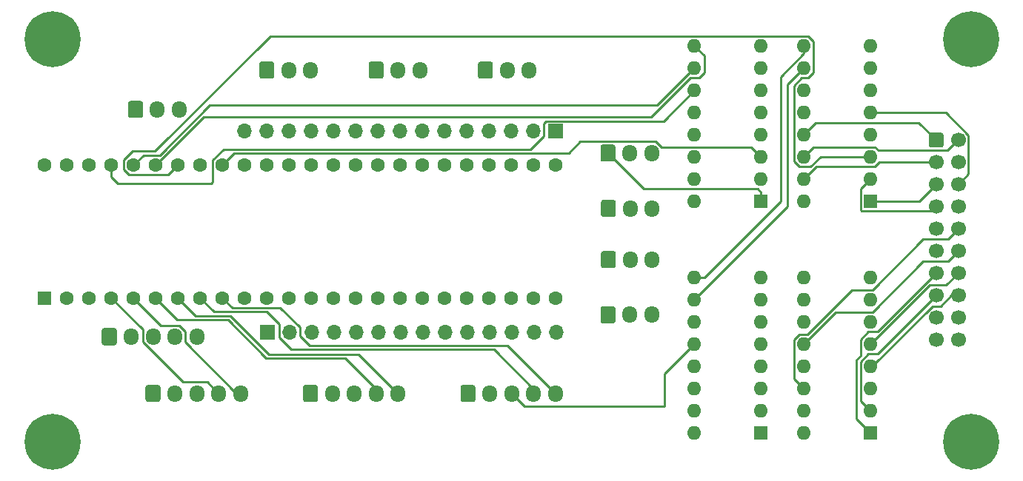
<source format=gbr>
%TF.GenerationSoftware,KiCad,Pcbnew,(5.1.7-0-10_14)*%
%TF.CreationDate,2020-11-02T21:12:23+01:00*%
%TF.ProjectId,controller_motion_pcb,636f6e74-726f-46c6-9c65-725f6d6f7469,rev?*%
%TF.SameCoordinates,Original*%
%TF.FileFunction,Copper,L4,Bot*%
%TF.FilePolarity,Positive*%
%FSLAX46Y46*%
G04 Gerber Fmt 4.6, Leading zero omitted, Abs format (unit mm)*
G04 Created by KiCad (PCBNEW (5.1.7-0-10_14)) date 2020-11-02 21:12:23*
%MOMM*%
%LPD*%
G01*
G04 APERTURE LIST*
%TA.AperFunction,ComponentPad*%
%ADD10C,1.600000*%
%TD*%
%TA.AperFunction,ComponentPad*%
%ADD11R,1.600000X1.600000*%
%TD*%
%TA.AperFunction,ComponentPad*%
%ADD12C,0.800000*%
%TD*%
%TA.AperFunction,ComponentPad*%
%ADD13C,6.400000*%
%TD*%
%TA.AperFunction,ComponentPad*%
%ADD14C,1.700000*%
%TD*%
%TA.AperFunction,ComponentPad*%
%ADD15O,1.700000X1.950000*%
%TD*%
%TA.AperFunction,ComponentPad*%
%ADD16R,1.700000X1.700000*%
%TD*%
%TA.AperFunction,ComponentPad*%
%ADD17O,1.700000X1.700000*%
%TD*%
%TA.AperFunction,ComponentPad*%
%ADD18O,1.600000X1.600000*%
%TD*%
%TA.AperFunction,Conductor*%
%ADD19C,0.250000*%
%TD*%
G04 APERTURE END LIST*
D10*
%TO.P,CTR1,17*%
%TO.N,Net-(CTR1-Pad17)*%
X122255001Y-66585001D03*
%TO.P,CTR1,18*%
%TO.N,Net-(CTR1-Pad18)*%
X124795001Y-66585001D03*
%TO.P,CTR1,19*%
%TO.N,Net-(CTR1-Pad19)*%
X127335001Y-66585001D03*
%TO.P,CTR1,20*%
%TO.N,Net-(CTR1-Pad20)*%
X129875001Y-66585001D03*
%TO.P,CTR1,16*%
%TO.N,Net-(CTR1-Pad16)*%
X119715001Y-66585001D03*
%TO.P,CTR1,15*%
%TO.N,+3V3*%
X117175001Y-66585001D03*
%TO.P,CTR1,14*%
%TO.N,Net-(CTR1-Pad14)*%
X114635001Y-66585001D03*
%TO.P,CTR1,21*%
%TO.N,Net-(CTR1-Pad21)*%
X132415001Y-66585001D03*
%TO.P,CTR1,22*%
%TO.N,Net-(CTR1-Pad22)*%
X134955001Y-66585001D03*
%TO.P,CTR1,23*%
%TO.N,Net-(CTR1-Pad23)*%
X137495001Y-66585001D03*
%TO.P,CTR1,24*%
%TO.N,Net-(CTR1-Pad24)*%
X140035001Y-66585001D03*
%TO.P,CTR1,25*%
%TO.N,Net-(CTR1-Pad25)*%
X140035001Y-51345001D03*
%TO.P,CTR1,26*%
%TO.N,Net-(CTR1-Pad26)*%
X137495001Y-51345001D03*
%TO.P,CTR1,27*%
%TO.N,Net-(CTR1-Pad27)*%
X134955001Y-51345001D03*
%TO.P,CTR1,28*%
%TO.N,Net-(CTR1-Pad28)*%
X132415001Y-51345001D03*
%TO.P,CTR1,29*%
%TO.N,Net-(CTR1-Pad29)*%
X129875001Y-51345001D03*
%TO.P,CTR1,30*%
%TO.N,Net-(CTR1-Pad30)*%
X127335001Y-51345001D03*
%TO.P,CTR1,31*%
%TO.N,Net-(CTR1-Pad31)*%
X124795001Y-51345001D03*
%TO.P,CTR1,32*%
%TO.N,Net-(CTR1-Pad32)*%
X122255001Y-51345001D03*
%TO.P,CTR1,33*%
%TO.N,Net-(CTR1-Pad33)*%
X119715001Y-51345001D03*
%TO.P,CTR1,34*%
%TO.N,GND*%
X117175001Y-51345001D03*
%TO.P,CTR1,13*%
%TO.N,Net-(CTR1-Pad13)*%
X112095001Y-66585001D03*
%TO.P,CTR1,12*%
%TO.N,Net-(CTR1-Pad12)*%
X109555001Y-66585001D03*
%TO.P,CTR1,11*%
%TO.N,Net-(CTR1-Pad11)*%
X107015001Y-66585001D03*
%TO.P,CTR1,10*%
%TO.N,mux_btn_rEnc*%
X104475001Y-66585001D03*
%TO.P,CTR1,9*%
%TO.N,rEnc3_CLK*%
X101935001Y-66585001D03*
%TO.P,CTR1,8*%
%TO.N,rEnc3_DT*%
X99395001Y-66585001D03*
%TO.P,CTR1,7*%
%TO.N,rEnc2_CLK*%
X96855001Y-66585001D03*
%TO.P,CTR1,6*%
%TO.N,rEnc2_DT*%
X94315001Y-66585001D03*
%TO.P,CTR1,5*%
%TO.N,rEnc1_CLK*%
X91775001Y-66585001D03*
%TO.P,CTR1,4*%
%TO.N,rEnc1_DT*%
X89235001Y-66585001D03*
%TO.P,CTR1,3*%
%TO.N,rEnc0_CLK*%
X86695001Y-66585001D03*
%TO.P,CTR1,2*%
%TO.N,rEnc0_DT*%
X84155001Y-66585001D03*
D11*
%TO.P,CTR1,1*%
%TO.N,GND*%
X81615001Y-66585001D03*
D10*
%TO.P,CTR1,35*%
%TO.N,Net-(CTR1-Pad35)*%
X114635001Y-51345001D03*
%TO.P,CTR1,36*%
%TO.N,Net-(CTR1-Pad36)*%
X112095001Y-51345001D03*
%TO.P,CTR1,37*%
%TO.N,Net-(CTR1-Pad37)*%
X109555001Y-51345001D03*
%TO.P,CTR1,38*%
%TO.N,Net-(CTR1-Pad38)*%
X107015001Y-51345001D03*
%TO.P,CTR1,39*%
%TO.N,Net-(CTR1-Pad39)*%
X104475001Y-51345001D03*
%TO.P,CTR1,40*%
%TO.N,mux_porty*%
X101935001Y-51345001D03*
%TO.P,CTR1,41*%
%TO.N,mux_btnMx2*%
X99395001Y-51345001D03*
%TO.P,CTR1,42*%
%TO.N,mux_btnMx1*%
X96855001Y-51345001D03*
%TO.P,CTR1,43*%
%TO.N,s2*%
X94315001Y-51345001D03*
%TO.P,CTR1,44*%
%TO.N,s1*%
X91775001Y-51345001D03*
%TO.P,CTR1,45*%
%TO.N,s0*%
X89235001Y-51345001D03*
%TO.P,CTR1,46*%
%TO.N,+3V3*%
X86695001Y-51345001D03*
%TO.P,CTR1,47*%
%TO.N,GND*%
X84155001Y-51345001D03*
%TO.P,CTR1,48*%
%TO.N,Net-(CTR1-Pad48)*%
X81615001Y-51345001D03*
%TD*%
D12*
%TO.P,REF\u002A\u002A,1*%
%TO.N,N/C*%
X84197056Y-81302944D03*
X82500000Y-80600000D03*
X80802944Y-81302944D03*
X80100000Y-83000000D03*
X80802944Y-84697056D03*
X82500000Y-85400000D03*
X84197056Y-84697056D03*
X84900000Y-83000000D03*
D13*
X82500000Y-83000000D03*
%TD*%
D12*
%TO.P,REF\u002A\u002A,1*%
%TO.N,N/C*%
X84197056Y-35302944D03*
X82500000Y-34600000D03*
X80802944Y-35302944D03*
X80100000Y-37000000D03*
X80802944Y-38697056D03*
X82500000Y-39400000D03*
X84197056Y-38697056D03*
X84900000Y-37000000D03*
D13*
X82500000Y-37000000D03*
%TD*%
D12*
%TO.P,REF\u002A\u002A,1*%
%TO.N,N/C*%
X189197056Y-81302944D03*
X187500000Y-80600000D03*
X185802944Y-81302944D03*
X185100000Y-83000000D03*
X185802944Y-84697056D03*
X187500000Y-85400000D03*
X189197056Y-84697056D03*
X189900000Y-83000000D03*
D13*
X187500000Y-83000000D03*
%TD*%
D12*
%TO.P,REF\u002A\u002A,1*%
%TO.N,N/C*%
X189197056Y-35302944D03*
X187500000Y-34600000D03*
X185802944Y-35302944D03*
X185100000Y-37000000D03*
X185802944Y-38697056D03*
X187500000Y-39400000D03*
X189197056Y-38697056D03*
X189900000Y-37000000D03*
D13*
X187500000Y-37000000D03*
%TD*%
%TO.P,BtnMx1,1*%
%TO.N,Net-(BtnMx1-Pad1)*%
%TA.AperFunction,ComponentPad*%
G36*
G01*
X182650000Y-49100000D02*
X182650000Y-47900000D01*
G75*
G02*
X182900000Y-47650000I250000J0D01*
G01*
X184100000Y-47650000D01*
G75*
G02*
X184350000Y-47900000I0J-250000D01*
G01*
X184350000Y-49100000D01*
G75*
G02*
X184100000Y-49350000I-250000J0D01*
G01*
X182900000Y-49350000D01*
G75*
G02*
X182650000Y-49100000I0J250000D01*
G01*
G37*
%TD.AperFunction*%
D14*
%TO.P,BtnMx1,3*%
%TO.N,Net-(BtnMx1-Pad3)*%
X183500000Y-51040000D03*
%TO.P,BtnMx1,5*%
%TO.N,Net-(BtnMx1-Pad5)*%
X183500000Y-53580000D03*
%TO.P,BtnMx1,7*%
%TO.N,Net-(BtnMx1-Pad7)*%
X183500000Y-56120000D03*
%TO.P,BtnMx1,9*%
%TO.N,Net-(BtnMx1-Pad9)*%
X183500000Y-58660000D03*
%TO.P,BtnMx1,11*%
%TO.N,Net-(BtnMx1-Pad11)*%
X183500000Y-61200000D03*
%TO.P,BtnMx1,13*%
%TO.N,Net-(BtnMx1-Pad13)*%
X183500000Y-63740000D03*
%TO.P,BtnMx1,15*%
%TO.N,Net-(BtnMx1-Pad15)*%
X183500000Y-66280000D03*
%TO.P,BtnMx1,17*%
%TO.N,Net-(BtnMx1-Pad17)*%
X183500000Y-68820000D03*
%TO.P,BtnMx1,19*%
%TO.N,GND*%
X183500000Y-71360000D03*
%TO.P,BtnMx1,2*%
%TO.N,Net-(BtnMx1-Pad2)*%
X186040000Y-48500000D03*
%TO.P,BtnMx1,4*%
%TO.N,Net-(BtnMx1-Pad4)*%
X186040000Y-51040000D03*
%TO.P,BtnMx1,6*%
%TO.N,Net-(BtnMx1-Pad6)*%
X186040000Y-53580000D03*
%TO.P,BtnMx1,8*%
%TO.N,Net-(BtnMx1-Pad8)*%
X186040000Y-56120000D03*
%TO.P,BtnMx1,10*%
%TO.N,Net-(BtnMx1-Pad10)*%
X186040000Y-58660000D03*
%TO.P,BtnMx1,12*%
%TO.N,Net-(BtnMx1-Pad12)*%
X186040000Y-61200000D03*
%TO.P,BtnMx1,14*%
%TO.N,Net-(BtnMx1-Pad14)*%
X186040000Y-63740000D03*
%TO.P,BtnMx1,16*%
%TO.N,Net-(BtnMx1-Pad16)*%
X186040000Y-66280000D03*
%TO.P,BtnMx1,18*%
%TO.N,Net-(BtnMx1-Pad18)*%
X186040000Y-68820000D03*
%TO.P,BtnMx1,20*%
%TO.N,+3V3*%
X186040000Y-71360000D03*
%TD*%
%TO.P,ENC0,1*%
%TO.N,GND*%
%TA.AperFunction,ComponentPad*%
G36*
G01*
X88150000Y-71725000D02*
X88150000Y-70275000D01*
G75*
G02*
X88400000Y-70025000I250000J0D01*
G01*
X89600000Y-70025000D01*
G75*
G02*
X89850000Y-70275000I0J-250000D01*
G01*
X89850000Y-71725000D01*
G75*
G02*
X89600000Y-71975000I-250000J0D01*
G01*
X88400000Y-71975000D01*
G75*
G02*
X88150000Y-71725000I0J250000D01*
G01*
G37*
%TD.AperFunction*%
D15*
%TO.P,ENC0,2*%
%TO.N,+3V3*%
X91500000Y-71000000D03*
%TO.P,ENC0,3*%
%TO.N,Net-(ENC0-Pad3)*%
X94000000Y-71000000D03*
%TO.P,ENC0,4*%
%TO.N,rEnc0_DT*%
X96500000Y-71000000D03*
%TO.P,ENC0,5*%
%TO.N,rEnc0_CLK*%
X99000000Y-71000000D03*
%TD*%
%TO.P,ENC1,5*%
%TO.N,rEnc1_CLK*%
X104000000Y-77500000D03*
%TO.P,ENC1,4*%
%TO.N,rEnc1_DT*%
X101500000Y-77500000D03*
%TO.P,ENC1,3*%
%TO.N,Net-(ENC1-Pad3)*%
X99000000Y-77500000D03*
%TO.P,ENC1,2*%
%TO.N,+3V3*%
X96500000Y-77500000D03*
%TO.P,ENC1,1*%
%TO.N,GND*%
%TA.AperFunction,ComponentPad*%
G36*
G01*
X93150000Y-78225000D02*
X93150000Y-76775000D01*
G75*
G02*
X93400000Y-76525000I250000J0D01*
G01*
X94600000Y-76525000D01*
G75*
G02*
X94850000Y-76775000I0J-250000D01*
G01*
X94850000Y-78225000D01*
G75*
G02*
X94600000Y-78475000I-250000J0D01*
G01*
X93400000Y-78475000D01*
G75*
G02*
X93150000Y-78225000I0J250000D01*
G01*
G37*
%TD.AperFunction*%
%TD*%
%TO.P,ENC2,1*%
%TO.N,GND*%
%TA.AperFunction,ComponentPad*%
G36*
G01*
X111150000Y-78225000D02*
X111150000Y-76775000D01*
G75*
G02*
X111400000Y-76525000I250000J0D01*
G01*
X112600000Y-76525000D01*
G75*
G02*
X112850000Y-76775000I0J-250000D01*
G01*
X112850000Y-78225000D01*
G75*
G02*
X112600000Y-78475000I-250000J0D01*
G01*
X111400000Y-78475000D01*
G75*
G02*
X111150000Y-78225000I0J250000D01*
G01*
G37*
%TD.AperFunction*%
%TO.P,ENC2,2*%
%TO.N,+3V3*%
X114500000Y-77500000D03*
%TO.P,ENC2,3*%
%TO.N,Net-(ENC2-Pad3)*%
X117000000Y-77500000D03*
%TO.P,ENC2,4*%
%TO.N,rEnc2_DT*%
X119500000Y-77500000D03*
%TO.P,ENC2,5*%
%TO.N,rEnc2_CLK*%
X122000000Y-77500000D03*
%TD*%
%TO.P,ENC3,5*%
%TO.N,rEnc3_CLK*%
X140000000Y-77500000D03*
%TO.P,ENC3,4*%
%TO.N,rEnc3_DT*%
X137500000Y-77500000D03*
%TO.P,ENC3,3*%
%TO.N,Net-(ENC3-Pad3)*%
X135000000Y-77500000D03*
%TO.P,ENC3,2*%
%TO.N,+3V3*%
X132500000Y-77500000D03*
%TO.P,ENC3,1*%
%TO.N,GND*%
%TA.AperFunction,ComponentPad*%
G36*
G01*
X129150000Y-78225000D02*
X129150000Y-76775000D01*
G75*
G02*
X129400000Y-76525000I250000J0D01*
G01*
X130600000Y-76525000D01*
G75*
G02*
X130850000Y-76775000I0J-250000D01*
G01*
X130850000Y-78225000D01*
G75*
G02*
X130600000Y-78475000I-250000J0D01*
G01*
X129400000Y-78475000D01*
G75*
G02*
X129150000Y-78225000I0J250000D01*
G01*
G37*
%TD.AperFunction*%
%TD*%
D16*
%TO.P,J1,1*%
%TO.N,Net-(CTR1-Pad11)*%
X107060000Y-70500000D03*
D17*
%TO.P,J1,2*%
%TO.N,Net-(CTR1-Pad12)*%
X109600000Y-70500000D03*
%TO.P,J1,3*%
%TO.N,Net-(CTR1-Pad13)*%
X112140000Y-70500000D03*
%TO.P,J1,4*%
%TO.N,Net-(CTR1-Pad14)*%
X114680000Y-70500000D03*
%TO.P,J1,5*%
%TO.N,+3V3*%
X117220000Y-70500000D03*
%TO.P,J1,6*%
%TO.N,Net-(CTR1-Pad16)*%
X119760000Y-70500000D03*
%TO.P,J1,7*%
%TO.N,Net-(CTR1-Pad17)*%
X122300000Y-70500000D03*
%TO.P,J1,8*%
%TO.N,Net-(CTR1-Pad18)*%
X124840000Y-70500000D03*
%TO.P,J1,9*%
%TO.N,Net-(CTR1-Pad19)*%
X127380000Y-70500000D03*
%TO.P,J1,10*%
%TO.N,Net-(CTR1-Pad20)*%
X129920000Y-70500000D03*
%TO.P,J1,11*%
%TO.N,Net-(CTR1-Pad21)*%
X132460000Y-70500000D03*
%TO.P,J1,12*%
%TO.N,Net-(CTR1-Pad22)*%
X135000000Y-70500000D03*
%TO.P,J1,13*%
%TO.N,Net-(CTR1-Pad23)*%
X137540000Y-70500000D03*
%TO.P,J1,14*%
%TO.N,Net-(CTR1-Pad24)*%
X140080000Y-70500000D03*
%TD*%
D16*
%TO.P,J3,1*%
%TO.N,Net-(CTR1-Pad25)*%
X140000000Y-47500000D03*
D17*
%TO.P,J3,2*%
%TO.N,Net-(CTR1-Pad26)*%
X137460000Y-47500000D03*
%TO.P,J3,3*%
%TO.N,Net-(CTR1-Pad27)*%
X134920000Y-47500000D03*
%TO.P,J3,4*%
%TO.N,Net-(CTR1-Pad28)*%
X132380000Y-47500000D03*
%TO.P,J3,5*%
%TO.N,Net-(CTR1-Pad29)*%
X129840000Y-47500000D03*
%TO.P,J3,6*%
%TO.N,Net-(CTR1-Pad30)*%
X127300000Y-47500000D03*
%TO.P,J3,7*%
%TO.N,Net-(CTR1-Pad31)*%
X124760000Y-47500000D03*
%TO.P,J3,8*%
%TO.N,Net-(CTR1-Pad32)*%
X122220000Y-47500000D03*
%TO.P,J3,9*%
%TO.N,Net-(CTR1-Pad33)*%
X119680000Y-47500000D03*
%TO.P,J3,10*%
%TO.N,GND*%
X117140000Y-47500000D03*
%TO.P,J3,11*%
%TO.N,Net-(CTR1-Pad35)*%
X114600000Y-47500000D03*
%TO.P,J3,12*%
%TO.N,Net-(CTR1-Pad36)*%
X112060000Y-47500000D03*
%TO.P,J3,13*%
%TO.N,Net-(CTR1-Pad37)*%
X109520000Y-47500000D03*
%TO.P,J3,14*%
%TO.N,Net-(CTR1-Pad38)*%
X106980000Y-47500000D03*
%TO.P,J3,15*%
%TO.N,Net-(CTR1-Pad39)*%
X104440000Y-47500000D03*
%TD*%
D11*
%TO.P,mux1,1*%
%TO.N,Net-(BtnMx1-Pad5)*%
X176000000Y-55500000D03*
D18*
%TO.P,mux1,9*%
%TO.N,s2*%
X168380000Y-37720000D03*
%TO.P,mux1,2*%
%TO.N,Net-(BtnMx1-Pad7)*%
X176000000Y-52960000D03*
%TO.P,mux1,10*%
%TO.N,s1*%
X168380000Y-40260000D03*
%TO.P,mux1,3*%
%TO.N,mux_btnMx1*%
X176000000Y-50420000D03*
%TO.P,mux1,11*%
%TO.N,s0*%
X168380000Y-42800000D03*
%TO.P,mux1,4*%
%TO.N,Net-(BtnMx1-Pad8)*%
X176000000Y-47880000D03*
%TO.P,mux1,12*%
%TO.N,Net-(BtnMx1-Pad4)*%
X168380000Y-45340000D03*
%TO.P,mux1,5*%
%TO.N,Net-(BtnMx1-Pad6)*%
X176000000Y-45340000D03*
%TO.P,mux1,13*%
%TO.N,Net-(BtnMx1-Pad1)*%
X168380000Y-47880000D03*
%TO.P,mux1,6*%
%TO.N,GND*%
X176000000Y-42800000D03*
%TO.P,mux1,14*%
%TO.N,Net-(BtnMx1-Pad2)*%
X168380000Y-50420000D03*
%TO.P,mux1,7*%
%TO.N,GND*%
X176000000Y-40260000D03*
%TO.P,mux1,15*%
%TO.N,Net-(BtnMx1-Pad3)*%
X168380000Y-52960000D03*
%TO.P,mux1,8*%
%TO.N,GND*%
X176000000Y-37720000D03*
%TO.P,mux1,16*%
%TO.N,+3V3*%
X168380000Y-55500000D03*
%TD*%
%TO.P,mux2,16*%
%TO.N,+3V3*%
X168380000Y-82000000D03*
%TO.P,mux2,8*%
%TO.N,GND*%
X176000000Y-64220000D03*
%TO.P,mux2,15*%
%TO.N,Net-(BtnMx1-Pad11)*%
X168380000Y-79460000D03*
%TO.P,mux2,7*%
%TO.N,GND*%
X176000000Y-66760000D03*
%TO.P,mux2,14*%
%TO.N,Net-(BtnMx1-Pad10)*%
X168380000Y-76920000D03*
%TO.P,mux2,6*%
%TO.N,GND*%
X176000000Y-69300000D03*
%TO.P,mux2,13*%
%TO.N,Net-(BtnMx1-Pad9)*%
X168380000Y-74380000D03*
%TO.P,mux2,5*%
%TO.N,Net-(BtnMx1-Pad14)*%
X176000000Y-71840000D03*
%TO.P,mux2,12*%
%TO.N,Net-(BtnMx1-Pad12)*%
X168380000Y-71840000D03*
%TO.P,mux2,4*%
%TO.N,Net-(BtnMx1-Pad16)*%
X176000000Y-74380000D03*
%TO.P,mux2,11*%
%TO.N,s0*%
X168380000Y-69300000D03*
%TO.P,mux2,3*%
%TO.N,mux_btnMx2*%
X176000000Y-76920000D03*
%TO.P,mux2,10*%
%TO.N,s1*%
X168380000Y-66760000D03*
%TO.P,mux2,2*%
%TO.N,Net-(BtnMx1-Pad15)*%
X176000000Y-79460000D03*
%TO.P,mux2,9*%
%TO.N,s2*%
X168380000Y-64220000D03*
D11*
%TO.P,mux2,1*%
%TO.N,Net-(BtnMx1-Pad13)*%
X176000000Y-82000000D03*
%TD*%
%TO.P,mux3,1*%
%TO.N,Net-(P4-Pad1)*%
X163500000Y-55500000D03*
D18*
%TO.P,mux3,9*%
%TO.N,s2*%
X155880000Y-37720000D03*
%TO.P,mux3,2*%
%TO.N,Net-(P6-Pad1)*%
X163500000Y-52960000D03*
%TO.P,mux3,10*%
%TO.N,s1*%
X155880000Y-40260000D03*
%TO.P,mux3,3*%
%TO.N,mux_porty*%
X163500000Y-50420000D03*
%TO.P,mux3,11*%
%TO.N,s0*%
X155880000Y-42800000D03*
%TO.P,mux3,4*%
%TO.N,Net-(P7-Pad1)*%
X163500000Y-47880000D03*
%TO.P,mux3,12*%
%TO.N,Net-(P3-Pad1)*%
X155880000Y-45340000D03*
%TO.P,mux3,5*%
%TO.N,Net-(P5-Pad1)*%
X163500000Y-45340000D03*
%TO.P,mux3,13*%
%TO.N,Net-(P0-Pad1)*%
X155880000Y-47880000D03*
%TO.P,mux3,6*%
%TO.N,GND*%
X163500000Y-42800000D03*
%TO.P,mux3,14*%
%TO.N,Net-(P1-Pad1)*%
X155880000Y-50420000D03*
%TO.P,mux3,7*%
%TO.N,GND*%
X163500000Y-40260000D03*
%TO.P,mux3,15*%
%TO.N,Net-(P2-Pad1)*%
X155880000Y-52960000D03*
%TO.P,mux3,8*%
%TO.N,GND*%
X163500000Y-37720000D03*
%TO.P,mux3,16*%
%TO.N,+3V3*%
X155880000Y-55500000D03*
%TD*%
%TO.P,mux4,16*%
%TO.N,+3V3*%
X155880000Y-82000000D03*
%TO.P,mux4,8*%
%TO.N,GND*%
X163500000Y-64220000D03*
%TO.P,mux4,15*%
%TO.N,Net-(ENC2-Pad3)*%
X155880000Y-79460000D03*
%TO.P,mux4,7*%
%TO.N,GND*%
X163500000Y-66760000D03*
%TO.P,mux4,14*%
%TO.N,Net-(ENC1-Pad3)*%
X155880000Y-76920000D03*
%TO.P,mux4,6*%
%TO.N,GND*%
X163500000Y-69300000D03*
%TO.P,mux4,13*%
%TO.N,Net-(ENC0-Pad3)*%
X155880000Y-74380000D03*
%TO.P,mux4,5*%
%TO.N,Net-(mux4-Pad5)*%
X163500000Y-71840000D03*
%TO.P,mux4,12*%
%TO.N,Net-(ENC3-Pad3)*%
X155880000Y-71840000D03*
%TO.P,mux4,4*%
%TO.N,Net-(mux4-Pad4)*%
X163500000Y-74380000D03*
%TO.P,mux4,11*%
%TO.N,s0*%
X155880000Y-69300000D03*
%TO.P,mux4,3*%
%TO.N,mux_btn_rEnc*%
X163500000Y-76920000D03*
%TO.P,mux4,10*%
%TO.N,s1*%
X155880000Y-66760000D03*
%TO.P,mux4,2*%
%TO.N,Net-(mux4-Pad2)*%
X163500000Y-79460000D03*
%TO.P,mux4,9*%
%TO.N,s2*%
X155880000Y-64220000D03*
D11*
%TO.P,mux4,1*%
%TO.N,Net-(mux4-Pad1)*%
X163500000Y-82000000D03*
%TD*%
%TO.P,P0,1*%
%TO.N,Net-(P0-Pad1)*%
%TA.AperFunction,ComponentPad*%
G36*
G01*
X91150000Y-45725000D02*
X91150000Y-44275000D01*
G75*
G02*
X91400000Y-44025000I250000J0D01*
G01*
X92600000Y-44025000D01*
G75*
G02*
X92850000Y-44275000I0J-250000D01*
G01*
X92850000Y-45725000D01*
G75*
G02*
X92600000Y-45975000I-250000J0D01*
G01*
X91400000Y-45975000D01*
G75*
G02*
X91150000Y-45725000I0J250000D01*
G01*
G37*
%TD.AperFunction*%
D15*
%TO.P,P0,2*%
%TO.N,GND*%
X94500000Y-45000000D03*
%TO.P,P0,3*%
%TO.N,+3V3*%
X97000000Y-45000000D03*
%TD*%
%TO.P,P1,3*%
%TO.N,+3V3*%
X112000000Y-40500000D03*
%TO.P,P1,2*%
%TO.N,GND*%
X109500000Y-40500000D03*
%TO.P,P1,1*%
%TO.N,Net-(P1-Pad1)*%
%TA.AperFunction,ComponentPad*%
G36*
G01*
X106150000Y-41225000D02*
X106150000Y-39775000D01*
G75*
G02*
X106400000Y-39525000I250000J0D01*
G01*
X107600000Y-39525000D01*
G75*
G02*
X107850000Y-39775000I0J-250000D01*
G01*
X107850000Y-41225000D01*
G75*
G02*
X107600000Y-41475000I-250000J0D01*
G01*
X106400000Y-41475000D01*
G75*
G02*
X106150000Y-41225000I0J250000D01*
G01*
G37*
%TD.AperFunction*%
%TD*%
%TO.P,P2,1*%
%TO.N,Net-(P2-Pad1)*%
%TA.AperFunction,ComponentPad*%
G36*
G01*
X118650000Y-41225000D02*
X118650000Y-39775000D01*
G75*
G02*
X118900000Y-39525000I250000J0D01*
G01*
X120100000Y-39525000D01*
G75*
G02*
X120350000Y-39775000I0J-250000D01*
G01*
X120350000Y-41225000D01*
G75*
G02*
X120100000Y-41475000I-250000J0D01*
G01*
X118900000Y-41475000D01*
G75*
G02*
X118650000Y-41225000I0J250000D01*
G01*
G37*
%TD.AperFunction*%
%TO.P,P2,2*%
%TO.N,GND*%
X122000000Y-40500000D03*
%TO.P,P2,3*%
%TO.N,+3V3*%
X124500000Y-40500000D03*
%TD*%
%TO.P,P3,3*%
%TO.N,+3V3*%
X137000000Y-40500000D03*
%TO.P,P3,2*%
%TO.N,GND*%
X134500000Y-40500000D03*
%TO.P,P3,1*%
%TO.N,Net-(P3-Pad1)*%
%TA.AperFunction,ComponentPad*%
G36*
G01*
X131150000Y-41225000D02*
X131150000Y-39775000D01*
G75*
G02*
X131400000Y-39525000I250000J0D01*
G01*
X132600000Y-39525000D01*
G75*
G02*
X132850000Y-39775000I0J-250000D01*
G01*
X132850000Y-41225000D01*
G75*
G02*
X132600000Y-41475000I-250000J0D01*
G01*
X131400000Y-41475000D01*
G75*
G02*
X131150000Y-41225000I0J250000D01*
G01*
G37*
%TD.AperFunction*%
%TD*%
%TO.P,P4,1*%
%TO.N,Net-(P4-Pad1)*%
%TA.AperFunction,ComponentPad*%
G36*
G01*
X145150000Y-50725000D02*
X145150000Y-49275000D01*
G75*
G02*
X145400000Y-49025000I250000J0D01*
G01*
X146600000Y-49025000D01*
G75*
G02*
X146850000Y-49275000I0J-250000D01*
G01*
X146850000Y-50725000D01*
G75*
G02*
X146600000Y-50975000I-250000J0D01*
G01*
X145400000Y-50975000D01*
G75*
G02*
X145150000Y-50725000I0J250000D01*
G01*
G37*
%TD.AperFunction*%
%TO.P,P4,2*%
%TO.N,GND*%
X148500000Y-50000000D03*
%TO.P,P4,3*%
%TO.N,+3V3*%
X151000000Y-50000000D03*
%TD*%
%TO.P,P5,3*%
%TO.N,+3V3*%
X151055001Y-56325001D03*
%TO.P,P5,2*%
%TO.N,GND*%
X148555001Y-56325001D03*
%TO.P,P5,1*%
%TO.N,Net-(P5-Pad1)*%
%TA.AperFunction,ComponentPad*%
G36*
G01*
X145205001Y-57050001D02*
X145205001Y-55600001D01*
G75*
G02*
X145455001Y-55350001I250000J0D01*
G01*
X146655001Y-55350001D01*
G75*
G02*
X146905001Y-55600001I0J-250000D01*
G01*
X146905001Y-57050001D01*
G75*
G02*
X146655001Y-57300001I-250000J0D01*
G01*
X145455001Y-57300001D01*
G75*
G02*
X145205001Y-57050001I0J250000D01*
G01*
G37*
%TD.AperFunction*%
%TD*%
%TO.P,P6,1*%
%TO.N,Net-(P6-Pad1)*%
%TA.AperFunction,ComponentPad*%
G36*
G01*
X145205001Y-62900001D02*
X145205001Y-61450001D01*
G75*
G02*
X145455001Y-61200001I250000J0D01*
G01*
X146655001Y-61200001D01*
G75*
G02*
X146905001Y-61450001I0J-250000D01*
G01*
X146905001Y-62900001D01*
G75*
G02*
X146655001Y-63150001I-250000J0D01*
G01*
X145455001Y-63150001D01*
G75*
G02*
X145205001Y-62900001I0J250000D01*
G01*
G37*
%TD.AperFunction*%
%TO.P,P6,2*%
%TO.N,GND*%
X148555001Y-62175001D03*
%TO.P,P6,3*%
%TO.N,+3V3*%
X151055001Y-62175001D03*
%TD*%
%TO.P,P7,3*%
%TO.N,+3V3*%
X151000000Y-68500000D03*
%TO.P,P7,2*%
%TO.N,GND*%
X148500000Y-68500000D03*
%TO.P,P7,1*%
%TO.N,Net-(P7-Pad1)*%
%TA.AperFunction,ComponentPad*%
G36*
G01*
X145150000Y-69225000D02*
X145150000Y-67775000D01*
G75*
G02*
X145400000Y-67525000I250000J0D01*
G01*
X146600000Y-67525000D01*
G75*
G02*
X146850000Y-67775000I0J-250000D01*
G01*
X146850000Y-69225000D01*
G75*
G02*
X146600000Y-69475000I-250000J0D01*
G01*
X145400000Y-69475000D01*
G75*
G02*
X145150000Y-69225000I0J250000D01*
G01*
G37*
%TD.AperFunction*%
%TD*%
D19*
%TO.N,Net-(BtnMx1-Pad1)*%
X168380000Y-47880000D02*
X169760000Y-46500000D01*
X181500000Y-46500000D02*
X183500000Y-48500000D01*
X169760000Y-46500000D02*
X181500000Y-46500000D01*
%TO.N,Net-(BtnMx1-Pad3)*%
X169794999Y-51545001D02*
X168380000Y-52960000D01*
X176540001Y-51545001D02*
X169794999Y-51545001D01*
X177045002Y-51040000D02*
X176540001Y-51545001D01*
X183500000Y-51040000D02*
X177045002Y-51040000D01*
%TO.N,Net-(BtnMx1-Pad5)*%
X181580000Y-55500000D02*
X183500000Y-53580000D01*
X176000000Y-55500000D02*
X181580000Y-55500000D01*
%TO.N,Net-(BtnMx1-Pad7)*%
X182994999Y-56625001D02*
X183500000Y-56120000D01*
X174939999Y-56625001D02*
X182994999Y-56625001D01*
X174874999Y-56560001D02*
X174939999Y-56625001D01*
X174874999Y-54085001D02*
X174874999Y-56560001D01*
X176000000Y-52960000D02*
X174874999Y-54085001D01*
%TO.N,Net-(BtnMx1-Pad13)*%
X175749997Y-70425001D02*
X174874999Y-71299999D01*
X176814999Y-70425001D02*
X175749997Y-70425001D01*
X183500000Y-63740000D02*
X176814999Y-70425001D01*
X174424989Y-80424989D02*
X176000000Y-82000000D01*
X174424989Y-73653599D02*
X174424989Y-80424989D01*
X174874999Y-73203589D02*
X174424989Y-73653599D01*
X174874999Y-71299999D02*
X174874999Y-73203589D01*
%TO.N,Net-(BtnMx1-Pad15)*%
X174874999Y-78334999D02*
X176000000Y-79460000D01*
X174874999Y-73839999D02*
X174874999Y-78334999D01*
X176814999Y-72965001D02*
X175749997Y-72965001D01*
X175749997Y-72965001D02*
X174874999Y-73839999D01*
X183500000Y-66280000D02*
X176814999Y-72965001D01*
%TO.N,Net-(BtnMx1-Pad2)*%
X186040000Y-48500000D02*
X186000000Y-48500000D01*
X169505001Y-49294999D02*
X168380000Y-50420000D01*
X176540001Y-49294999D02*
X169505001Y-49294999D01*
X176920012Y-49675010D02*
X176540001Y-49294999D01*
X184824990Y-49675010D02*
X176920012Y-49675010D01*
X186000000Y-48500000D02*
X184824990Y-49675010D01*
%TO.N,Net-(BtnMx1-Pad6)*%
X176000000Y-45340000D02*
X176000000Y-45500000D01*
X186120000Y-53500000D02*
X186040000Y-53580000D01*
X187215001Y-52404999D02*
X186040000Y-53580000D01*
X187215001Y-47935999D02*
X187215001Y-52404999D01*
X184619002Y-45340000D02*
X187215001Y-47935999D01*
X176000000Y-45340000D02*
X184619002Y-45340000D01*
%TO.N,Net-(BtnMx1-Pad10)*%
X176250003Y-65634999D02*
X173865001Y-65634999D01*
X182050001Y-59835001D02*
X176250003Y-65634999D01*
X167254999Y-71299999D02*
X167254999Y-75794999D01*
X173865001Y-65634999D02*
X168785001Y-70714999D01*
X184864999Y-59835001D02*
X182050001Y-59835001D01*
X167254999Y-75794999D02*
X168380000Y-76920000D01*
X167839999Y-70714999D02*
X167254999Y-71299999D01*
X168785001Y-70714999D02*
X167839999Y-70714999D01*
X186040000Y-58660000D02*
X184864999Y-59835001D01*
%TO.N,Net-(BtnMx1-Pad12)*%
X172045001Y-68174999D02*
X168380000Y-71840000D01*
X176250003Y-68174999D02*
X172045001Y-68174999D01*
X182050001Y-62375001D02*
X176250003Y-68174999D01*
X184864999Y-62375001D02*
X182050001Y-62375001D01*
X186040000Y-61200000D02*
X184864999Y-62375001D01*
%TO.N,Net-(BtnMx1-Pad14)*%
X176036410Y-71840000D02*
X176000000Y-71840000D01*
X184675001Y-65104999D02*
X182771411Y-65104999D01*
X182771411Y-65104999D02*
X176036410Y-71840000D01*
X186040000Y-63740000D02*
X184675001Y-65104999D01*
%TO.N,Net-(BtnMx1-Pad16)*%
X183080998Y-67500000D02*
X176200998Y-74380000D01*
X184019002Y-67500000D02*
X183080998Y-67500000D01*
X176200998Y-74380000D02*
X176000000Y-74380000D01*
X185239002Y-66280000D02*
X184019002Y-67500000D01*
X186040000Y-66280000D02*
X185239002Y-66280000D01*
%TO.N,s0*%
X100810000Y-50805000D02*
X100810000Y-53310000D01*
X90000000Y-53500000D02*
X89235001Y-52735001D01*
X102065010Y-49549990D02*
X100810000Y-50805000D01*
X138635001Y-48064001D02*
X137149012Y-49549990D01*
X138889999Y-46324999D02*
X138635001Y-46579997D01*
X100620000Y-53500000D02*
X90000000Y-53500000D01*
X89235001Y-52735001D02*
X89235001Y-51345001D01*
X138635001Y-46579997D02*
X138635001Y-48064001D01*
X100810000Y-53310000D02*
X100620000Y-53500000D01*
X152355001Y-46324999D02*
X138889999Y-46324999D01*
X137149012Y-49549990D02*
X102065010Y-49549990D01*
X155880000Y-42800000D02*
X152355001Y-46324999D01*
%TO.N,s1*%
X155880000Y-66760000D02*
X166500000Y-56140000D01*
X166500000Y-42140000D02*
X168380000Y-40260000D01*
X166500000Y-56140000D02*
X166500000Y-42140000D01*
X155880000Y-40260000D02*
X151640000Y-44500000D01*
X94780000Y-50220000D02*
X92900002Y-50220000D01*
X100500000Y-44500000D02*
X94780000Y-50220000D01*
X92900002Y-50220000D02*
X91775001Y-51345001D01*
X151640000Y-44500000D02*
X100500000Y-44500000D01*
%TO.N,s2*%
X157011370Y-64220000D02*
X165731370Y-55500000D01*
X155880000Y-64220000D02*
X157011370Y-64220000D01*
X168380000Y-38594998D02*
X168380000Y-37720000D01*
X165731370Y-41243628D02*
X168380000Y-38594998D01*
X165731370Y-55500000D02*
X165731370Y-41243628D01*
X155391409Y-41385001D02*
X150901421Y-45874989D01*
X156420001Y-41385001D02*
X155391409Y-41385001D01*
X157005001Y-40800001D02*
X156420001Y-41385001D01*
X99785013Y-45874989D02*
X94315001Y-51345001D01*
X157005001Y-38845001D02*
X157005001Y-40800001D01*
X150901421Y-45874989D02*
X99785013Y-45874989D01*
X155880000Y-37720000D02*
X157005001Y-38845001D01*
%TO.N,mux_btnMx1*%
X168920001Y-36594999D02*
X107405001Y-36594999D01*
X169505001Y-40800001D02*
X169505001Y-37179999D01*
X168129997Y-41385001D02*
X168920001Y-41385001D01*
X167254999Y-42259999D02*
X168129997Y-41385001D01*
X167254999Y-50960001D02*
X167254999Y-42259999D01*
X169505001Y-37179999D02*
X168920001Y-36594999D01*
X168920001Y-41385001D02*
X169505001Y-40800001D01*
X169158589Y-51545001D02*
X167839999Y-51545001D01*
X170283590Y-50420000D02*
X169158589Y-51545001D01*
X167839999Y-51545001D02*
X167254999Y-50960001D01*
X176000000Y-50420000D02*
X170283590Y-50420000D01*
X95730000Y-52470002D02*
X96855001Y-51345001D01*
X91235000Y-52470002D02*
X95730000Y-52470002D01*
X90650000Y-50805000D02*
X90650000Y-51885002D01*
X91685010Y-49769990D02*
X90650000Y-50805000D01*
X90650000Y-51885002D02*
X91235000Y-52470002D01*
X94230010Y-49769990D02*
X91685010Y-49769990D01*
X107405001Y-36594999D02*
X94230010Y-49769990D01*
%TO.N,mux_porty*%
X152081714Y-49294999D02*
X151461716Y-48675001D01*
X162374999Y-49294999D02*
X152081714Y-49294999D01*
X151461716Y-48675001D02*
X142824999Y-48675001D01*
X163500000Y-50420000D02*
X162374999Y-49294999D01*
X142824999Y-48675001D02*
X141500000Y-50000000D01*
X103280002Y-50000000D02*
X101935001Y-51345001D01*
X141500000Y-50000000D02*
X103280002Y-50000000D01*
%TO.N,rEnc1_DT*%
X92824990Y-71611705D02*
X92824990Y-70174990D01*
X92824990Y-70174990D02*
X89235001Y-66585001D01*
X97413275Y-76199990D02*
X92824990Y-71611705D01*
X100199990Y-76199990D02*
X97413275Y-76199990D01*
X101500000Y-77500000D02*
X100199990Y-76199990D01*
%TO.N,rEnc1_CLK*%
X94889990Y-69699990D02*
X91775001Y-66585001D01*
X97675010Y-70388295D02*
X96986705Y-69699990D01*
X97675010Y-71611705D02*
X97675010Y-70388295D01*
X96986705Y-69699990D02*
X94889990Y-69699990D01*
X103563305Y-77500000D02*
X97675010Y-71611705D01*
X104000000Y-77500000D02*
X103563305Y-77500000D01*
%TO.N,rEnc2_DT*%
X119500000Y-77500000D02*
X119500000Y-77000000D01*
X106950010Y-73450010D02*
X102560032Y-69060032D01*
X115950010Y-73450010D02*
X106950010Y-73450010D01*
X96790032Y-69060032D02*
X94315001Y-66585001D01*
X102560032Y-69060032D02*
X96790032Y-69060032D01*
X119500000Y-77000000D02*
X115950010Y-73450010D01*
%TO.N,rEnc2_CLK*%
X122000000Y-77500000D02*
X117500000Y-73000000D01*
X107274998Y-73000000D02*
X102885020Y-68610022D01*
X117500000Y-73000000D02*
X107274998Y-73000000D01*
X98880022Y-68610022D02*
X96855001Y-66585001D01*
X102885020Y-68610022D02*
X98880022Y-68610022D01*
%TO.N,rEnc3_DT*%
X137500000Y-77500000D02*
X137500000Y-77000000D01*
X107005014Y-68160012D02*
X100970012Y-68160012D01*
X100970012Y-68160012D02*
X99395001Y-66585001D01*
X108424999Y-69579997D02*
X107005014Y-68160012D01*
X108424999Y-71064001D02*
X108424999Y-69579997D01*
X109811008Y-72450010D02*
X108424999Y-71064001D01*
X132950010Y-72450010D02*
X109811008Y-72450010D01*
X137500000Y-77000000D02*
X132950010Y-72450010D01*
%TO.N,rEnc3_CLK*%
X108549004Y-67710002D02*
X103060002Y-67710002D01*
X110775001Y-69935999D02*
X108549004Y-67710002D01*
X111900998Y-72000000D02*
X110775001Y-70874003D01*
X103060002Y-67710002D02*
X101935001Y-66585001D01*
X134500000Y-72000000D02*
X111900998Y-72000000D01*
X110775001Y-70874003D02*
X110775001Y-69935999D01*
X140000000Y-77500000D02*
X134500000Y-72000000D01*
%TO.N,Net-(ENC3-Pad3)*%
X155880000Y-71840000D02*
X152500000Y-75220000D01*
X152500000Y-75220000D02*
X152500000Y-79000000D01*
X136500000Y-79000000D02*
X135000000Y-77500000D01*
X152500000Y-79000000D02*
X136500000Y-79000000D01*
%TO.N,Net-(P4-Pad1)*%
X150085001Y-54085001D02*
X146000000Y-50000000D01*
X163135001Y-54085001D02*
X150085001Y-54085001D01*
X163500000Y-54450000D02*
X163135001Y-54085001D01*
X163500000Y-55500000D02*
X163500000Y-54450000D01*
%TD*%
M02*

</source>
